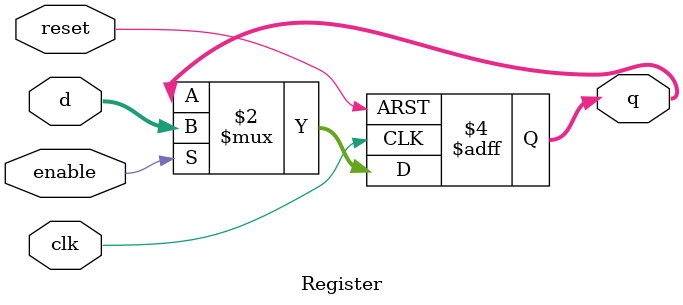
<source format=v>
module Register#(parameter WIDTH = 5)(q, d, clk, reset, enable);

input [WIDTH-1:0] d;
input clk;
input enable;
input reset;
output reg [WIDTH-1:0]	q;


// Register with active-High clock & asynchronus reset & synchronus clock enable
always @ (posedge reset or posedge clk)
begin
	// Reset whenever the reset signal goes low, regardless of the clock
	// or the clock enable
	if (reset)
	begin
		q <= 0;
	end
	// If not resetting, and the clock signal is enabled on this register,
	// update the register output on the clock's rising edge
	else
	begin
		if (enable)
		begin
			q <= d;
		end
	end
end
endmodule

</source>
